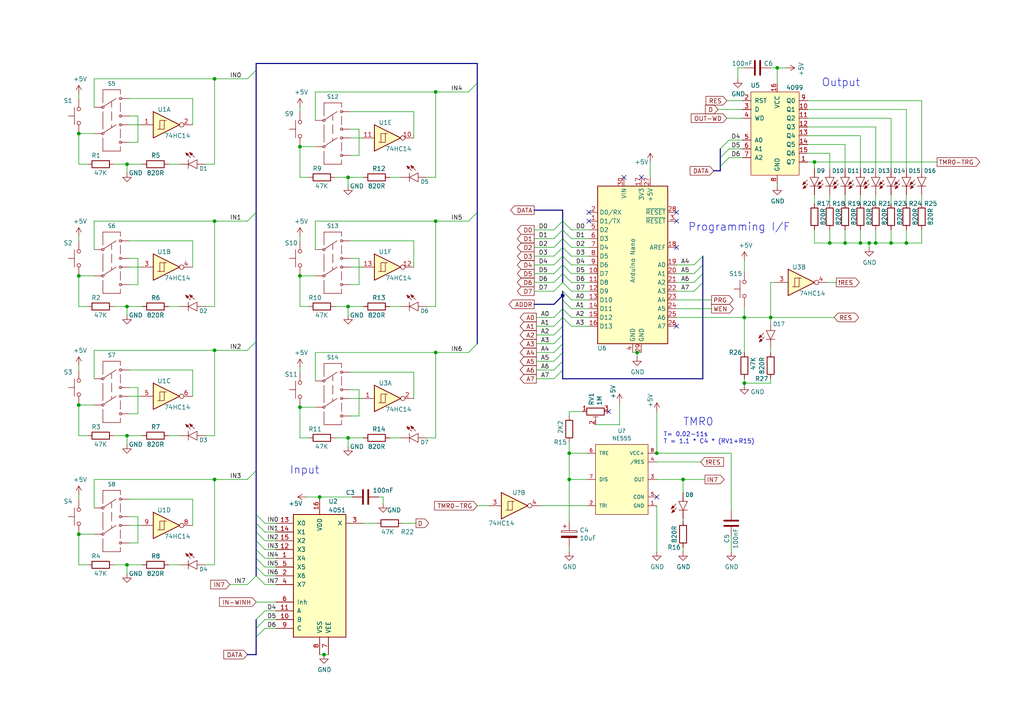
<source format=kicad_sch>
(kicad_sch (version 20230121) (generator eeschema)
  (paper "A4")
  (title_block (title "PLC14500 - Nano") (date "2022-11-09") (rev "0.5") (company "Nicola Cimmino") (comment 1 "REV.C"))
  (junction (at 126.365 102.235))
  (junction (at 215.9 111.125))
  (junction (at 62.23 22.86))
  (junction (at 92.71 144.145))
  (junction (at 22.86 117.475))
  (junction (at 93.98 189.865))
  (junction (at 36.83 47.625))
  (junction (at 36.83 163.83))
  (junction (at 36.83 88.9))
  (junction (at 254 70.485))
  (junction (at 190.5 131.445))
  (junction (at 163.195 85.725))
  (junction (at 86.995 118.11))
  (junction (at 223.52 92.075))
  (junction (at 249.555 70.485))
  (junction (at 22.86 80.01))
  (junction (at 165.1 131.445))
  (junction (at 126.365 26.67))
  (junction (at 236.22 46.99))
  (junction (at 22.86 154.94))
  (junction (at 86.995 42.545))
  (junction (at 184.785 102.235))
  (junction (at 245.11 70.485))
  (junction (at 215.9 92.075))
  (junction (at 240.665 70.485))
  (junction (at 62.23 139.065))
  (junction (at 198.12 139.065))
  (junction (at 100.965 51.435))
  (junction (at 100.965 88.9))
  (junction (at 165.1 139.065))
  (junction (at 86.995 80.01))
  (junction (at 100.965 127))
  (junction (at 225.425 19.685))
  (junction (at 252.095 70.485))
  (junction (at 22.86 38.735))
  (junction (at 126.365 64.135))
  (junction (at 36.83 126.365))
  (junction (at 62.23 64.135))
  (junction (at 262.89 70.485))
  (junction (at 62.23 101.6))
  (junction (at 258.445 70.485))
  (no_connect (at 180.975 51.435))
  (no_connect (at 196.215 64.135))
  (no_connect (at 176.53 119.38))
  (no_connect (at 170.815 64.135))
  (no_connect (at 190.5 144.145))
  (no_connect (at 170.815 61.595))
  (no_connect (at 196.215 94.615))
  (no_connect (at 196.215 61.595))
  (no_connect (at 186.055 51.435))
  (no_connect (at 196.215 71.755))
  (bus_entry (at 208.915 45.72) (size 2.54 -2.54))
  (bus_entry (at 74.295 151.765) (size 2.54 2.54))
  (bus_entry (at 160.655 69.215) (size 2.54 -2.54))
  (bus_entry (at 160.655 104.775) (size 2.54 -2.54))
  (bus_entry (at 74.295 149.225) (size 2.54 2.54))
  (bus_entry (at 163.195 74.295) (size 2.54 2.54))
  (bus_entry (at 71.755 22.86) (size 2.54 -2.54))
  (bus_entry (at 71.755 64.135) (size 2.54 -2.54))
  (bus_entry (at 160.655 109.855) (size 2.54 -2.54))
  (bus_entry (at 208.915 48.26) (size 2.54 -2.54))
  (bus_entry (at 74.295 161.925) (size 2.54 2.54))
  (bus_entry (at 160.655 97.155) (size 2.54 -2.54))
  (bus_entry (at 135.89 102.235) (size 2.54 -2.54))
  (bus_entry (at 160.655 99.695) (size 2.54 -2.54))
  (bus_entry (at 163.195 64.135) (size 2.54 2.54))
  (bus_entry (at 163.195 71.755) (size 2.54 2.54))
  (bus_entry (at 163.195 76.835) (size 2.54 2.54))
  (bus_entry (at 163.195 69.215) (size 2.54 2.54))
  (bus_entry (at 201.295 84.455) (size 2.54 -2.54))
  (bus_entry (at 71.755 101.6) (size 2.54 -2.54))
  (bus_entry (at 160.655 76.835) (size 2.54 -2.54))
  (bus_entry (at 160.655 92.075) (size 2.54 -2.54))
  (bus_entry (at 163.195 89.535) (size 2.54 2.54))
  (bus_entry (at 135.89 26.67) (size 2.54 -2.54))
  (bus_entry (at 74.295 179.705) (size 2.54 -2.54))
  (bus_entry (at 160.655 84.455) (size 2.54 -2.54))
  (bus_entry (at 163.195 84.455) (size 2.54 2.54))
  (bus_entry (at 160.655 107.315) (size 2.54 -2.54))
  (bus_entry (at 163.195 86.995) (size 2.54 2.54))
  (bus_entry (at 201.295 81.915) (size 2.54 -2.54))
  (bus_entry (at 71.755 169.545) (size 2.54 -2.54))
  (bus_entry (at 160.655 81.915) (size 2.54 -2.54))
  (bus_entry (at 74.295 184.785) (size 2.54 -2.54))
  (bus_entry (at 160.655 94.615) (size 2.54 -2.54))
  (bus_entry (at 208.915 43.18) (size 2.54 -2.54))
  (bus_entry (at 160.655 71.755) (size 2.54 -2.54))
  (bus_entry (at 74.295 182.245) (size 2.54 -2.54))
  (bus_entry (at 160.655 74.295) (size 2.54 -2.54))
  (bus_entry (at 71.755 139.065) (size 2.54 -2.54))
  (bus_entry (at 135.89 64.135) (size 2.54 -2.54))
  (bus_entry (at 163.195 92.075) (size 2.54 2.54))
  (bus_entry (at 74.295 159.385) (size 2.54 2.54))
  (bus_entry (at 74.295 164.465) (size 2.54 2.54))
  (bus_entry (at 74.295 167.005) (size 2.54 2.54))
  (bus_entry (at 163.195 81.915) (size 2.54 2.54))
  (bus_entry (at 201.295 79.375) (size 2.54 -2.54))
  (bus_entry (at 74.295 156.845) (size 2.54 2.54))
  (bus_entry (at 163.195 79.375) (size 2.54 2.54))
  (bus_entry (at 160.655 79.375) (size 2.54 -2.54))
  (bus_entry (at 163.195 66.675) (size 2.54 2.54))
  (bus_entry (at 160.655 66.675) (size 2.54 -2.54))
  (bus_entry (at 160.655 102.235) (size 2.54 -2.54))
  (bus_entry (at 74.295 154.305) (size 2.54 2.54))
  (bus_entry (at 201.295 76.835) (size 2.54 -2.54))
  (wire (pts (xy 27.305 109.855) (xy 27.305 101.6)))
  (wire (pts (xy 249.555 56.515) (xy 249.555 59.055)))
  (wire (pts (xy 254 56.515) (xy 254 59.055)))
  (bus (pts (xy 203.835 79.375) (xy 203.835 81.915)))
  (wire (pts (xy 154.94 71.755) (xy 160.655 71.755)))
  (wire (pts (xy 48.895 163.83) (xy 52.07 163.83)))
  (wire (pts (xy 236.22 46.99) (xy 271.78 46.99)))
  (wire (pts (xy 267.335 70.485) (xy 267.335 66.675)))
  (wire (pts (xy 62.23 101.6) (xy 71.755 101.6)))
  (wire (pts (xy 36.83 88.9) (xy 41.275 88.9)))
  (wire (pts (xy 190.5 133.985) (xy 203.2 133.985)))
  (wire (pts (xy 126.365 64.135) (xy 135.89 64.135)))
  (bus (pts (xy 163.195 92.075) (xy 163.195 94.615)))
  (wire (pts (xy 74.295 174.625) (xy 80.01 174.625)))
  (bus (pts (xy 71.755 189.865) (xy 74.295 189.865)))
  (wire (pts (xy 22.86 38.735) (xy 22.86 47.625)))
  (wire (pts (xy 184.785 102.235) (xy 186.055 102.235)))
  (wire (pts (xy 155.575 107.315) (xy 160.655 107.315)))
  (wire (pts (xy 86.995 127) (xy 89.535 127)))
  (wire (pts (xy 170.815 76.835) (xy 165.735 76.835)))
  (wire (pts (xy 86.995 31.115) (xy 86.995 32.385)))
  (wire (pts (xy 210.82 34.29) (xy 215.265 34.29)))
  (wire (pts (xy 22.86 27.305) (xy 22.86 28.575)))
  (bus (pts (xy 208.915 43.18) (xy 208.915 45.72)))
  (wire (pts (xy 80.01 177.165) (xy 76.835 177.165)))
  (wire (pts (xy 154.94 79.375) (xy 160.655 79.375)))
  (wire (pts (xy 55.88 28.575) (xy 55.88 36.195)))
  (wire (pts (xy 80.01 154.305) (xy 76.835 154.305)))
  (bus (pts (xy 138.43 24.13) (xy 138.43 61.595)))
  (wire (pts (xy 36.83 91.44) (xy 36.83 88.9)))
  (wire (pts (xy 208.28 31.75) (xy 215.265 31.75)))
  (wire (pts (xy 113.03 88.9) (xy 116.205 88.9)))
  (wire (pts (xy 59.69 126.365) (xy 62.23 126.365)))
  (wire (pts (xy 154.94 69.215) (xy 160.655 69.215)))
  (wire (pts (xy 267.335 59.055) (xy 267.335 56.515)))
  (wire (pts (xy 91.44 118.11) (xy 86.995 118.11)))
  (wire (pts (xy 22.86 117.475) (xy 22.86 126.365)))
  (wire (pts (xy 62.23 22.86) (xy 71.755 22.86)))
  (wire (pts (xy 179.705 123.19) (xy 179.705 116.84)))
  (wire (pts (xy 196.215 92.075) (xy 215.9 92.075)))
  (wire (pts (xy 155.575 102.235) (xy 160.655 102.235)))
  (wire (pts (xy 165.1 131.445) (xy 165.1 139.065)))
  (wire (pts (xy 100.965 51.435) (xy 105.41 51.435)))
  (wire (pts (xy 86.995 118.11) (xy 86.995 127)))
  (wire (pts (xy 91.44 64.135) (xy 126.365 64.135)))
  (wire (pts (xy 156.845 146.685) (xy 170.18 146.685)))
  (wire (pts (xy 170.815 94.615) (xy 165.735 94.615)))
  (wire (pts (xy 170.815 66.675) (xy 165.735 66.675)))
  (wire (pts (xy 126.365 26.67) (xy 126.365 51.435)))
  (wire (pts (xy 109.855 144.145) (xy 111.125 144.145)))
  (wire (pts (xy 22.86 106.045) (xy 22.86 107.315)))
  (wire (pts (xy 100.965 127) (xy 105.41 127)))
  (wire (pts (xy 104.14 45.085) (xy 101.6 45.085)))
  (wire (pts (xy 170.815 84.455) (xy 165.735 84.455)))
  (wire (pts (xy 97.155 88.9) (xy 100.965 88.9)))
  (wire (pts (xy 120.015 32.385) (xy 101.6 32.385)))
  (wire (pts (xy 123.825 51.435) (xy 126.365 51.435)))
  (wire (pts (xy 240.665 44.45) (xy 234.315 44.45)))
  (wire (pts (xy 59.69 163.83) (xy 62.23 163.83)))
  (wire (pts (xy 22.86 126.365) (xy 25.4 126.365)))
  (wire (pts (xy 120.015 107.95) (xy 101.6 107.95)))
  (bus (pts (xy 208.915 49.53) (xy 207.01 49.53)))
  (wire (pts (xy 215.9 111.125) (xy 215.9 111.76)))
  (wire (pts (xy 211.455 45.72) (xy 215.265 45.72)))
  (wire (pts (xy 22.86 68.58) (xy 22.86 69.85)))
  (bus (pts (xy 74.295 151.765) (xy 74.295 154.305)))
  (wire (pts (xy 92.71 189.865) (xy 93.98 189.865)))
  (wire (pts (xy 155.575 104.775) (xy 160.655 104.775)))
  (wire (pts (xy 40.005 41.275) (xy 37.465 41.275)))
  (wire (pts (xy 80.01 161.925) (xy 76.835 161.925)))
  (wire (pts (xy 33.02 163.83) (xy 36.83 163.83)))
  (wire (pts (xy 213.995 19.685) (xy 215.9 19.685)))
  (wire (pts (xy 225.425 53.975) (xy 225.425 53.34)))
  (wire (pts (xy 215.9 111.125) (xy 223.52 111.125)))
  (wire (pts (xy 196.215 81.915) (xy 201.295 81.915)))
  (wire (pts (xy 215.9 102.235) (xy 215.9 92.075)))
  (wire (pts (xy 111.125 144.145) (xy 111.125 146.05)))
  (wire (pts (xy 62.23 64.135) (xy 62.23 88.9)))
  (wire (pts (xy 91.44 72.39) (xy 91.44 64.135)))
  (wire (pts (xy 154.94 76.835) (xy 160.655 76.835)))
  (wire (pts (xy 40.005 120.015) (xy 37.465 120.015)))
  (wire (pts (xy 225.425 19.685) (xy 227.965 19.685)))
  (wire (pts (xy 126.365 26.67) (xy 135.89 26.67)))
  (wire (pts (xy 91.44 80.01) (xy 86.995 80.01)))
  (bus (pts (xy 163.195 71.755) (xy 163.195 74.295)))
  (wire (pts (xy 36.83 126.365) (xy 41.275 126.365)))
  (wire (pts (xy 80.01 167.005) (xy 76.835 167.005)))
  (bus (pts (xy 163.195 64.135) (xy 163.195 66.675)))
  (bus (pts (xy 74.295 179.705) (xy 74.295 182.245)))
  (bus (pts (xy 160.655 88.265) (xy 163.195 85.725)))
  (wire (pts (xy 36.83 50.165) (xy 36.83 47.625)))
  (wire (pts (xy 225.425 19.685) (xy 225.425 24.13)))
  (wire (pts (xy 55.88 144.78) (xy 37.465 144.78)))
  (wire (pts (xy 165.1 128.27) (xy 165.1 131.445)))
  (wire (pts (xy 155.575 109.855) (xy 160.655 109.855)))
  (wire (pts (xy 80.01 159.385) (xy 76.835 159.385)))
  (wire (pts (xy 91.44 42.545) (xy 86.995 42.545)))
  (wire (pts (xy 36.83 47.625) (xy 41.275 47.625)))
  (wire (pts (xy 101.6 77.47) (xy 104.775 77.47)))
  (wire (pts (xy 91.44 110.49) (xy 91.44 102.235)))
  (wire (pts (xy 104.14 37.465) (xy 104.14 45.085)))
  (wire (pts (xy 86.995 51.435) (xy 89.535 51.435)))
  (wire (pts (xy 27.305 38.735) (xy 22.86 38.735)))
  (bus (pts (xy 163.195 60.96) (xy 163.195 64.135)))
  (wire (pts (xy 254 70.485) (xy 258.445 70.485)))
  (bus (pts (xy 163.195 60.96) (xy 154.94 60.96)))
  (wire (pts (xy 215.9 109.855) (xy 215.9 111.125)))
  (bus (pts (xy 163.195 104.775) (xy 163.195 107.315)))
  (wire (pts (xy 55.88 107.315) (xy 37.465 107.315)))
  (wire (pts (xy 198.12 151.13) (xy 198.12 150.495)))
  (wire (pts (xy 37.465 149.86) (xy 40.005 149.86)))
  (wire (pts (xy 126.365 102.235) (xy 135.89 102.235)))
  (wire (pts (xy 170.815 86.995) (xy 165.735 86.995)))
  (wire (pts (xy 245.11 70.485) (xy 249.555 70.485)))
  (wire (pts (xy 37.465 112.395) (xy 40.005 112.395)))
  (wire (pts (xy 252.095 70.485) (xy 254 70.485)))
  (wire (pts (xy 170.815 74.295) (xy 165.735 74.295)))
  (wire (pts (xy 183.515 102.235) (xy 184.785 102.235)))
  (wire (pts (xy 258.445 56.515) (xy 258.445 59.055)))
  (wire (pts (xy 190.5 139.065) (xy 198.12 139.065)))
  (wire (pts (xy 154.94 66.675) (xy 160.655 66.675)))
  (wire (pts (xy 120.015 69.85) (xy 120.015 77.47)))
  (wire (pts (xy 97.155 51.435) (xy 100.965 51.435)))
  (wire (pts (xy 223.52 92.075) (xy 223.52 81.915)))
  (wire (pts (xy 55.88 107.315) (xy 55.88 114.935)))
  (bus (pts (xy 163.195 74.295) (xy 163.195 76.835)))
  (wire (pts (xy 27.305 101.6) (xy 62.23 101.6)))
  (wire (pts (xy 100.965 129.54) (xy 100.965 127)))
  (wire (pts (xy 155.575 94.615) (xy 160.655 94.615)))
  (wire (pts (xy 22.86 154.94) (xy 22.86 163.83)))
  (wire (pts (xy 236.22 46.99) (xy 236.22 48.895)))
  (wire (pts (xy 240.665 66.675) (xy 240.665 70.485)))
  (wire (pts (xy 27.305 72.39) (xy 27.305 64.135)))
  (bus (pts (xy 163.195 79.375) (xy 163.195 81.915)))
  (wire (pts (xy 170.815 89.535) (xy 165.735 89.535)))
  (wire (pts (xy 170.18 139.065) (xy 165.1 139.065)))
  (wire (pts (xy 55.88 69.85) (xy 55.88 77.47)))
  (wire (pts (xy 212.09 160.02) (xy 212.09 155.575)))
  (wire (pts (xy 240.665 48.895) (xy 240.665 44.45)))
  (wire (pts (xy 33.02 88.9) (xy 36.83 88.9)))
  (bus (pts (xy 163.195 89.535) (xy 163.195 92.075)))
  (wire (pts (xy 223.52 102.235) (xy 223.52 100.965)))
  (wire (pts (xy 101.6 115.57) (xy 104.775 115.57)))
  (wire (pts (xy 102.235 144.145) (xy 92.71 144.145)))
  (wire (pts (xy 245.11 41.91) (xy 245.11 48.895)))
  (wire (pts (xy 245.11 66.675) (xy 245.11 70.485)))
  (wire (pts (xy 86.995 80.01) (xy 86.995 88.9)))
  (wire (pts (xy 154.94 81.915) (xy 160.655 81.915)))
  (bus (pts (xy 74.295 182.245) (xy 74.295 184.785)))
  (bus (pts (xy 163.195 86.995) (xy 163.195 89.535)))
  (wire (pts (xy 80.01 151.765) (xy 76.835 151.765)))
  (wire (pts (xy 22.86 47.625) (xy 25.4 47.625)))
  (wire (pts (xy 234.315 46.99) (xy 236.22 46.99)))
  (bus (pts (xy 163.195 84.455) (xy 163.195 85.725)))
  (wire (pts (xy 223.52 111.125) (xy 223.52 109.855)))
  (wire (pts (xy 66.675 169.545) (xy 71.755 169.545)))
  (wire (pts (xy 27.305 31.115) (xy 27.305 22.86)))
  (wire (pts (xy 27.305 64.135) (xy 62.23 64.135)))
  (wire (pts (xy 40.005 33.655) (xy 40.005 41.275)))
  (wire (pts (xy 22.86 80.01) (xy 22.86 88.9)))
  (wire (pts (xy 62.23 22.86) (xy 62.23 47.625)))
  (wire (pts (xy 190.5 119.38) (xy 190.5 131.445)))
  (wire (pts (xy 249.555 66.675) (xy 249.555 70.485)))
  (bus (pts (xy 74.295 18.415) (xy 138.43 18.415)))
  (wire (pts (xy 100.965 53.975) (xy 100.965 51.435)))
  (wire (pts (xy 80.01 169.545) (xy 76.835 169.545)))
  (wire (pts (xy 40.005 149.86) (xy 40.005 157.48)))
  (bus (pts (xy 208.915 48.26) (xy 208.915 49.53)))
  (wire (pts (xy 262.89 66.675) (xy 262.89 70.485)))
  (bus (pts (xy 74.295 61.595) (xy 74.295 99.06)))
  (bus (pts (xy 74.295 20.32) (xy 74.295 61.595)))
  (wire (pts (xy 37.465 36.195) (xy 40.64 36.195)))
  (wire (pts (xy 62.23 64.135) (xy 71.755 64.135)))
  (wire (pts (xy 258.445 34.29) (xy 234.315 34.29)))
  (wire (pts (xy 254 36.83) (xy 254 48.895)))
  (wire (pts (xy 59.69 88.9) (xy 62.23 88.9)))
  (bus (pts (xy 203.835 81.915) (xy 203.835 109.855)))
  (wire (pts (xy 170.815 81.915) (xy 165.735 81.915)))
  (wire (pts (xy 215.9 92.075) (xy 223.52 92.075)))
  (wire (pts (xy 40.005 112.395) (xy 40.005 120.015)))
  (wire (pts (xy 262.89 31.75) (xy 262.89 48.895)))
  (bus (pts (xy 203.835 76.835) (xy 203.835 79.375)))
  (wire (pts (xy 155.575 97.155) (xy 160.655 97.155)))
  (wire (pts (xy 215.9 92.075) (xy 215.9 88.9)))
  (bus (pts (xy 203.835 109.855) (xy 163.195 109.855)))
  (wire (pts (xy 37.465 77.47) (xy 40.64 77.47)))
  (wire (pts (xy 234.315 41.91) (xy 245.11 41.91)))
  (wire (pts (xy 240.03 81.915) (xy 242.57 81.915)))
  (wire (pts (xy 262.89 70.485) (xy 267.335 70.485)))
  (wire (pts (xy 93.98 189.865) (xy 95.25 189.865)))
  (wire (pts (xy 86.995 42.545) (xy 86.995 51.435)))
  (wire (pts (xy 223.52 19.685) (xy 225.425 19.685)))
  (wire (pts (xy 62.23 101.6) (xy 62.23 126.365)))
  (wire (pts (xy 223.52 81.915) (xy 224.79 81.915)))
  (wire (pts (xy 80.01 164.465) (xy 76.835 164.465)))
  (wire (pts (xy 48.895 88.9) (xy 52.07 88.9)))
  (wire (pts (xy 86.995 88.9) (xy 89.535 88.9)))
  (bus (pts (xy 74.295 184.785) (xy 74.295 189.865)))
  (wire (pts (xy 86.995 106.68) (xy 86.995 107.95)))
  (bus (pts (xy 74.295 161.925) (xy 74.295 164.465)))
  (bus (pts (xy 163.195 102.235) (xy 163.195 104.775)))
  (bus (pts (xy 74.295 149.225) (xy 74.295 151.765)))
  (wire (pts (xy 104.14 74.93) (xy 104.14 82.55)))
  (bus (pts (xy 74.295 159.385) (xy 74.295 161.925)))
  (wire (pts (xy 101.6 113.03) (xy 104.14 113.03)))
  (wire (pts (xy 62.23 139.065) (xy 62.23 163.83)))
  (wire (pts (xy 126.365 102.235) (xy 126.365 127)))
  (wire (pts (xy 234.315 31.75) (xy 262.89 31.75)))
  (wire (pts (xy 240.665 56.515) (xy 240.665 59.055)))
  (wire (pts (xy 172.72 123.19) (xy 179.705 123.19)))
  (wire (pts (xy 104.14 113.03) (xy 104.14 120.65)))
  (wire (pts (xy 138.43 146.685) (xy 141.605 146.685)))
  (wire (pts (xy 170.18 131.445) (xy 165.1 131.445)))
  (wire (pts (xy 155.575 92.075) (xy 160.655 92.075)))
  (wire (pts (xy 104.14 120.65) (xy 101.6 120.65)))
  (wire (pts (xy 198.12 160.02) (xy 198.12 158.75)))
  (wire (pts (xy 258.445 70.485) (xy 262.89 70.485)))
  (wire (pts (xy 215.265 40.64) (xy 211.455 40.64)))
  (wire (pts (xy 27.305 80.01) (xy 22.86 80.01)))
  (wire (pts (xy 123.825 127) (xy 126.365 127)))
  (wire (pts (xy 190.5 131.445) (xy 212.09 131.445)))
  (wire (pts (xy 252.095 71.755) (xy 252.095 70.485)))
  (wire (pts (xy 36.83 166.37) (xy 36.83 163.83)))
  (wire (pts (xy 196.215 84.455) (xy 201.295 84.455)))
  (wire (pts (xy 212.09 147.955) (xy 212.09 131.445)))
  (wire (pts (xy 165.1 120.65) (xy 165.1 119.38)))
  (wire (pts (xy 126.365 64.135) (xy 126.365 88.9)))
  (bus (pts (xy 74.295 18.415) (xy 74.295 20.32)))
  (wire (pts (xy 267.335 29.21) (xy 234.315 29.21)))
  (wire (pts (xy 223.52 92.075) (xy 241.935 92.075)))
  (wire (pts (xy 104.14 82.55) (xy 101.6 82.55)))
  (wire (pts (xy 80.01 156.845) (xy 76.835 156.845)))
  (wire (pts (xy 211.455 43.18) (xy 215.265 43.18)))
  (bus (pts (xy 74.295 154.305) (xy 74.295 156.845)))
  (bus (pts (xy 138.43 18.415) (xy 138.43 24.13)))
  (wire (pts (xy 234.315 36.83) (xy 254 36.83)))
  (wire (pts (xy 27.305 154.94) (xy 22.86 154.94)))
  (wire (pts (xy 196.215 86.995) (xy 206.375 86.995)))
  (wire (pts (xy 236.22 66.675) (xy 236.22 70.485)))
  (wire (pts (xy 240.665 70.485) (xy 245.11 70.485)))
  (wire (pts (xy 100.965 88.9) (xy 105.41 88.9)))
  (wire (pts (xy 262.89 56.515) (xy 262.89 59.055)))
  (wire (pts (xy 88.9 144.145) (xy 92.71 144.145)))
  (wire (pts (xy 120.015 69.85) (xy 101.6 69.85)))
  (wire (pts (xy 76.835 182.245) (xy 80.01 182.245)))
  (wire (pts (xy 113.03 127) (xy 116.205 127)))
  (wire (pts (xy 155.575 99.695) (xy 160.655 99.695)))
  (wire (pts (xy 249.555 39.37) (xy 234.315 39.37)))
  (wire (pts (xy 48.895 47.625) (xy 52.07 47.625)))
  (bus (pts (xy 74.295 99.06) (xy 74.295 136.525)))
  (wire (pts (xy 27.305 22.86) (xy 62.23 22.86)))
  (wire (pts (xy 40.005 82.55) (xy 37.465 82.55)))
  (wire (pts (xy 154.94 74.295) (xy 160.655 74.295)))
  (wire (pts (xy 223.52 93.345) (xy 223.52 92.075)))
  (wire (pts (xy 165.1 119.38) (xy 168.91 119.38)))
  (wire (pts (xy 236.22 70.485) (xy 240.665 70.485)))
  (bus (pts (xy 163.195 66.675) (xy 163.195 69.215)))
  (wire (pts (xy 37.465 114.935) (xy 40.64 114.935)))
  (wire (pts (xy 249.555 48.895) (xy 249.555 39.37)))
  (wire (pts (xy 105.41 151.765) (xy 109.22 151.765)))
  (wire (pts (xy 33.02 126.365) (xy 36.83 126.365)))
  (wire (pts (xy 198.12 142.875) (xy 198.12 139.065)))
  (wire (pts (xy 215.9 78.74) (xy 215.9 75.565)))
  (wire (pts (xy 91.44 102.235) (xy 126.365 102.235)))
  (wire (pts (xy 170.815 69.215) (xy 165.735 69.215)))
  (wire (pts (xy 258.445 66.675) (xy 258.445 70.485)))
  (wire (pts (xy 33.02 47.625) (xy 36.83 47.625)))
  (wire (pts (xy 154.94 84.455) (xy 160.655 84.455)))
  (wire (pts (xy 116.84 151.765) (xy 120.65 151.765)))
  (bus (pts (xy 74.295 136.525) (xy 74.295 149.225)))
  (wire (pts (xy 188.595 51.435) (xy 188.595 46.99)))
  (bus (pts (xy 163.195 69.215) (xy 163.195 71.755)))
  (bus (pts (xy 163.195 85.725) (xy 163.195 86.995)))
  (wire (pts (xy 97.155 127) (xy 100.965 127)))
  (bus (pts (xy 163.195 99.695) (xy 163.195 102.235)))
  (wire (pts (xy 86.995 68.58) (xy 86.995 69.85)))
  (wire (pts (xy 254 66.675) (xy 254 70.485)))
  (wire (pts (xy 267.335 48.895) (xy 267.335 29.21)))
  (wire (pts (xy 165.1 160.02) (xy 165.1 158.75)))
  (wire (pts (xy 37.465 152.4) (xy 40.64 152.4)))
  (wire (pts (xy 196.215 76.835) (xy 201.295 76.835)))
  (wire (pts (xy 236.22 59.055) (xy 236.22 56.515)))
  (wire (pts (xy 170.815 79.375) (xy 165.735 79.375)))
  (bus (pts (xy 154.94 88.265) (xy 160.655 88.265)))
  (bus (pts (xy 163.195 94.615) (xy 163.195 97.155)))
  (wire (pts (xy 59.69 47.625) (xy 62.23 47.625)))
  (wire (pts (xy 165.1 139.065) (xy 165.1 151.13)))
  (wire (pts (xy 258.445 48.895) (xy 258.445 34.29)))
  (wire (pts (xy 100.965 91.44) (xy 100.965 88.9)))
  (wire (pts (xy 48.895 126.365) (xy 52.07 126.365)))
  (wire (pts (xy 40.005 157.48) (xy 37.465 157.48)))
  (wire (pts (xy 36.83 163.83) (xy 41.275 163.83)))
  (wire (pts (xy 36.83 128.905) (xy 36.83 126.365)))
  (wire (pts (xy 76.835 179.705) (xy 80.01 179.705)))
  (wire (pts (xy 245.11 56.515) (xy 245.11 59.055)))
  (wire (pts (xy 184.785 103.505) (xy 184.785 102.235)))
  (wire (pts (xy 120.015 32.385) (xy 120.015 40.005)))
  (bus (pts (xy 74.295 156.845) (xy 74.295 159.385)))
  (bus (pts (xy 138.43 61.595) (xy 138.43 99.695)))
  (wire (pts (xy 62.23 139.065) (xy 71.755 139.065)))
  (wire (pts (xy 123.825 88.9) (xy 126.365 88.9)))
  (wire (pts (xy 113.03 51.435) (xy 116.205 51.435)))
  (wire (pts (xy 27.305 117.475) (xy 22.86 117.475)))
  (wire (pts (xy 198.12 139.065) (xy 204.47 139.065)))
  (wire (pts (xy 170.815 71.755) (xy 165.735 71.755)))
  (wire (pts (xy 101.6 37.465) (xy 104.14 37.465)))
  (wire (pts (xy 120.015 107.95) (xy 120.015 115.57)))
  (wire (pts (xy 196.215 79.375) (xy 201.295 79.375)))
  (wire (pts (xy 37.465 33.655) (xy 40.005 33.655)))
  (wire (pts (xy 22.86 143.51) (xy 22.86 144.78)))
  (wire (pts (xy 40.005 74.93) (xy 40.005 82.55)))
  (bus (pts (xy 208.915 45.72) (xy 208.915 48.26)))
  (bus (pts (xy 163.195 76.835) (xy 163.195 79.375)))
  (wire (pts (xy 22.86 88.9) (xy 25.4 88.9)))
  (wire (pts (xy 22.86 163.83) (xy 25.4 163.83)))
  (wire (pts (xy 170.815 92.075) (xy 165.735 92.075)))
  (wire (pts (xy 27.305 139.065) (xy 62.23 139.065)))
  (wire (pts (xy 196.215 89.535) (xy 206.375 89.535)))
  (bus (pts (xy 163.195 107.315) (xy 163.195 109.855)))
  (wire (pts (xy 37.465 74.93) (xy 40.005 74.93)))
  (wire (pts (xy 91.44 34.925) (xy 91.44 26.67)))
  (wire (pts (xy 249.555 70.485) (xy 252.095 70.485)))
  (wire (pts (xy 55.88 144.78) (xy 55.88 152.4)))
  (wire (pts (xy 55.88 69.85) (xy 37.465 69.85)))
  (bus (pts (xy 203.835 74.295) (xy 203.835 76.835)))
  (wire (pts (xy 27.305 147.32) (xy 27.305 139.065)))
  (bus (pts (xy 163.195 97.155) (xy 163.195 99.695)))
  (wire (pts (xy 101.6 74.93) (xy 104.14 74.93)))
  (wire (pts (xy 101.6 40.005) (xy 104.775 40.005)))
  (wire (pts (xy 55.88 28.575) (xy 37.465 28.575)))
  (wire (pts (xy 213.995 22.86) (xy 213.995 19.685)))
  (bus (pts (xy 74.295 164.465) (xy 74.295 167.005)))
  (wire (pts (xy 91.44 26.67) (xy 126.365 26.67)))
  (wire (pts (xy 190.5 146.685) (xy 190.5 160.02)))
  (wire (pts (xy 215.265 29.21) (xy 210.82 29.21)))
  (text "Input" (at 92.71 137.795 0) (effects (font (size 2.2606 2.2606)) (justify right bottom)))
  (text "T= 0.02-11s\nT = 1.1 * C4 * (RV1+R15)" (at 192.405 128.905 0) (effects (font (size 1.27 1.27)) (justify left bottom)))
  (text "Output" (at 249.555 25.4 0) (effects (font (size 2.2606 2.2606)) (justify right bottom)))
  (text "Programming I/F" (at 229.235 67.31 0) (effects (font (size 2.2606 2.2606)) (justify right bottom)))
  (text "TMR0" (at 207.01 123.825 0) (effects (font (size 2.2606 2.2606)) (justify right bottom)))
  (label "IN0" (at 77.47 151.765 0))
  (label "IN5" (at 130.81 64.135 0))
  (label "A7" (at 197.485 84.455 0))
  (label "IN2" (at 77.47 156.845 0))
  (label "D6" (at 156.21 81.915 0))
  (label "A2" (at 156.845 97.155 0))
  (label "D4" (at 77.47 177.165 0))
  (label "A1" (at 167.005 89.535 0))
  (label "A0" (at 167.005 86.995 0))
  (label "IN4" (at 130.81 26.67 0))
  (label "D4" (at 212.09 40.64 0))
  (label "D3" (at 156.21 74.295 0))
  (label "D5" (at 156.21 79.375 0))
  (label "IN2" (at 66.675 101.6 0))
  (label "IN1" (at 77.47 154.305 0))
  (label "D2" (at 156.21 71.755 0))
  (label "IN1" (at 66.675 64.135 0))
  (label "A1" (at 156.845 94.615 0))
  (label "D7" (at 167.005 84.455 0))
  (label "IN5" (at 77.47 164.465 0))
  (label "D6" (at 77.47 182.245 0))
  (label "D6" (at 212.09 45.72 0))
  (label "IN7" (at 67.945 169.545 0))
  (label "A5" (at 156.845 104.775 0))
  (label "IN0" (at 66.675 22.86 0))
  (label "A2" (at 167.005 92.075 0))
  (label "A3" (at 167.005 94.615 0))
  (label "D2" (at 167.005 71.755 0))
  (label "IN7" (at 77.47 169.545 0))
  (label "D0" (at 156.21 66.675 0))
  (label "D1" (at 167.005 69.215 0))
  (label "A5" (at 197.485 79.375 0))
  (label "A7" (at 156.845 109.855 0))
  (label "A6" (at 156.845 107.315 0))
  (label "D0" (at 167.005 66.675 0))
  (label "D1" (at 156.21 69.215 0))
  (label "D4" (at 167.005 76.835 0))
  (label "A4" (at 197.485 76.835 0))
  (label "D5" (at 167.005 79.375 0))
  (label "IN4" (at 77.47 161.925 0))
  (label "D6" (at 167.005 81.915 0))
  (label "A3" (at 156.845 99.695 0))
  (label "IN3" (at 66.675 139.065 0))
  (label "IN6" (at 130.81 102.235 0))
  (label "D5" (at 77.47 179.705 0))
  (label "A0" (at 156.845 92.075 0))
  (label "A4" (at 156.845 102.235 0))
  (label "A6" (at 197.485 81.915 0))
  (label "IN6" (at 77.47 167.005 0))
  (label "D4" (at 156.21 76.835 0))
  (label "D7" (at 156.21 84.455 0))
  (label "D3" (at 167.005 74.295 0))
  (label "D5" (at 212.09 43.18 0))
  (label "IN3" (at 77.47 159.385 0))
  (global_label "DATA" (shape input) (at 71.755 189.865 180) (property "Intersheetrefs" "${INTERSHEET_REFS}" (effects hide)))
  (global_label "IN7" (shape output) (at 204.47 139.065 0) (property "Intersheetrefs" "${INTERSHEET_REFS}" (effects hide)))
  (global_label "IN-WINH" (shape input) (at 74.295 174.625 180) (property "Intersheetrefs" "${INTERSHEET_REFS}" (effects hide)))
  (global_label "RES" (shape bidirectional) (at 241.935 92.075 0) (property "Intersheetrefs" "${INTERSHEET_REFS}" (effects hide)))
  (global_label "D7" (shape output) (at 154.94 84.455 180) (property "Intersheetrefs" "${INTERSHEET_REFS}" (effects hide)))
  (global_label "D" (shape input) (at 208.28 31.75 180) (property "Intersheetrefs" "${INTERSHEET_REFS}" (effects hide)))
  (global_label "D1" (shape output) (at 154.94 69.215 180) (property "Intersheetrefs" "${INTERSHEET_REFS}" (effects hide)))
  (global_label "DATA" (shape input) (at 207.01 49.53 180) (property "Intersheetrefs" "${INTERSHEET_REFS}" (effects hide)))
  (global_label "TMR0-TRG" (shape input) (at 138.43 146.685 180) (property "Intersheetrefs" "${INTERSHEET_REFS}" (effects hide)))
  (global_label "TMR0-TRG" (shape output) (at 271.78 46.99 0) (property "Intersheetrefs" "${INTERSHEET_REFS}" (effects hide)))
  (global_label "ADDR" (shape output) (at 154.94 88.265 180) (property "Intersheetrefs" "${INTERSHEET_REFS}" (effects hide)))
  (global_label "A2" (shape output) (at 155.575 97.155 180) (property "Intersheetrefs" "${INTERSHEET_REFS}" (effects hide)))
  (global_label "A4" (shape output) (at 155.575 102.235 180) (property "Intersheetrefs" "${INTERSHEET_REFS}" (effects hide)))
  (global_label "A5" (shape output) (at 155.575 104.775 180) (property "Intersheetrefs" "${INTERSHEET_REFS}" (effects hide)))
  (global_label "OUT-WD" (shape input) (at 210.82 34.29 180) (property "Intersheetrefs" "${INTERSHEET_REFS}" (effects hide)))
  (global_label "!RES" (shape output) (at 242.57 81.915 0) (property "Intersheetrefs" "${INTERSHEET_REFS}" (effects hide)))
  (global_label "PRG" (shape output) (at 206.375 86.995 0) (property "Intersheetrefs" "${INTERSHEET_REFS}" (effects hide)))
  (global_label "RES" (shape input) (at 210.82 29.21 180) (property "Intersheetrefs" "${INTERSHEET_REFS}" (effects hide)))
  (global_label "A3" (shape output) (at 155.575 99.695 180) (property "Intersheetrefs" "${INTERSHEET_REFS}" (effects hide)))
  (global_label "D6" (shape output) (at 154.94 81.915 180) (property "Intersheetrefs" "${INTERSHEET_REFS}" (effects hide)))
  (global_label "!RES" (shape input) (at 203.2 133.985 0) (property "Intersheetrefs" "${INTERSHEET_REFS}" (effects hide)))
  (global_label "D2" (shape output) (at 154.94 71.755 180) (property "Intersheetrefs" "${INTERSHEET_REFS}" (effects hide)))
  (global_label "A0" (shape output) (at 155.575 92.075 180) (property "Intersheetrefs" "${INTERSHEET_REFS}" (effects hide)))
  (global_label "WEN" (shape output) (at 206.375 89.535 0) (property "Intersheetrefs" "${INTERSHEET_REFS}" (effects hide)))
  (global_label "IN7" (shape input) (at 66.675 169.545 180) (property "Intersheetrefs" "${INTERSHEET_REFS}" (effects hide)))
  (global_label "A6" (shape output) (at 155.575 107.315 180) (property "Intersheetrefs" "${INTERSHEET_REFS}" (effects hide)))
  (global_label "D" (shape output) (at 120.65 151.765 0) (property "Intersheetrefs" "${INTERSHEET_REFS}" (effects hide)))
  (global_label "D3" (shape output) (at 154.94 74.295 180) (property "Intersheetrefs" "${INTERSHEET_REFS}" (effects hide)))
  (global_label "A1" (shape output) (at 155.575 94.615 180) (property "Intersheetrefs" "${INTERSHEET_REFS}" (effects hide)))
  (global_label "D5" (shape output) (at 154.94 79.375 180) (property "Intersheetrefs" "${INTERSHEET_REFS}" (effects hide)))
  (global_label "D0" (shape output) (at 154.94 66.675 180) (property "Intersheetrefs" "${INTERSHEET_REFS}" (effects hide)))
  (global_label "DATA" (shape output) (at 154.94 60.96 180) (property "Intersheetrefs" "${INTERSHEET_REFS}" (effects hide)))
  (global_label "A7" (shape output) (at 155.575 109.855 180) (property "Intersheetrefs" "${INTERSHEET_REFS}" (effects hide)))
  (global_label "D4" (shape output) (at 154.94 76.835 180) (property "Intersheetrefs" "${INTERSHEET_REFS}" (effects hide)))
  (symbol (lib_id "plc14500:CD4099") (at 225.425 24.13 0) (unit 1)
    (property "Reference" "U5" (at 219.075 24.765 0))
    (property "Value" "4099" (at 230.505 25.4 0))
    (property "Footprint" "Package_DIP:DIP-16_W7.62mm_LongPads" (effects hide))
    (property "Price" "0.57" (effects hide))
  )
  (symbol (lib_id "plc14500-rescue:LED5MM-SparkFun-LED") (at 267.335 51.435 0) (unit 1)
    (property "Reference" "D16" (at 267.97 49.53 0) (effects (font (size 1.143 1.143)) (justify left)))
    (property "Value" "LED 3MM Red" (effects hide))
    (property "Footprint" "plc14500:LED_3MM" (effects hide))
    (property "Field4" "XXX-00000" (effects hide))
    (property "Price" "0.01" (effects hide))
  )
  (symbol (lib_id "Device:R") (at 267.335 62.865 180) (unit 1)
    (property "Reference" "R25" (at 267.97 59.055 0) (effects (justify right)))
    (property "Value" "820R" (at 269.875 65.405 90) (effects (justify right)))
    (property "Footprint" "Resistor_THT:R_Axial_DIN0204_L3.6mm_D1.6mm_P7.62mm_Horizontal" (effects hide))
    (property "Price" "0.01" (effects hide))
  )
  (symbol (lib_id "power:GND") (at 225.425 53.975 0) (unit 1)
    (property "Reference" "#PWR031" (effects hide))
    (property "Value" "GND" (at 225.552 58.3692 0))
  )
  (symbol (lib_id "power:+5V") (at 227.965 19.685 270) (unit 1)
    (property "Reference" "#PWR032" (effects hide))
    (property "Value" "+5V" (at 232.3592 20.066 0))
    (instances (project "plc14500" (path "" (reference "#PWR032") (unit 1)) (path "" (reference "#PWR?") (unit 1))))
  )
  (symbol (lib_id "Device:C") (at 219.71 19.685 270) (unit 1)
    (property "Reference" "C6" (at 222.885 18.415 90))
    (property "Value" "100nF" (at 215.265 18.415 90))
    (property "Footprint" "Capacitor_THT:C_Rect_L7.2mm_W2.5mm_P5.00mm_FKS2_FKP2_MKS2_MKP2" (effects hide))
    (property "Price" "0.02" (effects hide))
    (instances (project "plc14500" (path "" (reference "C6") (unit 1)) (path "" (reference "C?") (unit 1))))
  )
  (symbol (lib_id "4xxx:4051") (at 92.71 167.005 0) (unit 1)
    (property "Reference" "U2" (at 95.25 145.415 0) (effects (justify left)))
    (property "Value" "4051" (at 95.25 147.955 0) (effects (justify left)))
    (property "Footprint" "Package_DIP:DIP-16_W7.62mm_LongPads" (effects hide))
    (property "Datasheet" "http://www.intersil.com/content/dam/Intersil/documents/cd40/cd4051bms-52bms-53bms.pdf" (effects hide))
    (property "Order" "https://www.aliexpress.com/item/1005003598992135.html?spm=a2g0o.productlist.0.0.111d366cbwmWHm&algo_pvid=a91b1842-6656-452a-a6d6-2be33e56e6bf&algo_exp_id=a91b1842-6656-452a-a6d6-2be33e56e6bf-0&pdp_ext_f=%7B%22sku_id%22%3A%2212000026440840531%22%7D&pdp_npi=2%40dis%21EUR%210.99%210.85%21%21%21%21%21%402100bddf16678171990697546eca97%2112000026440840531%21sea&curPageLogUid=EzaQ9aKwDR6g" (effects hide))
    (property "Price" "0.85" (effects hide))
  )
  (symbol (lib_id "power:GND") (at 213.995 22.86 0) (unit 1)
    (property "Reference" "#PWR030" (effects hide))
    (property "Value" "GND" (at 214.122 27.2542 0))
  )
  (symbol (lib_id "plc14500-rescue:SWITCH-DPDT-PTH-GPI-152-3013-SparkFun-Switches") (at 32.385 33.655 0) (unit 1)
    (property "Reference" "S5" (at 32.385 24.257 0) (effects (font (size 1.143 1.143))))
    (property "Value" "Switch DPDT" (effects hide))
    (property "Footprint" "plc14500:SWITCH_DPDT" (effects hide))
    (property "Field4" "SWCH-10554" (effects hide))
    (property "Price" "0.69" (effects hide))
    (instances (project "plc14500" (path "" (reference "S5") (unit 1)) (path "" (reference "S?") (unit 1))))
  )
  (symbol (lib_id "Switch:SW_Push") (at 22.86 33.655 90) (unit 1)
    (property "Reference" "S1" (at 18.415 29.21 90) (effects (justify right)))
    (property "Value" "Push Button" (effects hide))
    (property "Footprint" "plc14500:SW_Tactile_THT" (effects hide))
    (property "Price" "0.01" (effects hide))
    (instances (project "plc14500" (path "" (reference "S1") (unit 1)) (path "" (reference "S?") (unit 1))))
  )
  (symbol (lib_id "Device:R") (at 29.21 47.625 270) (unit 1)
    (property "Reference" "R1" (at 29.21 45.085 90) (effects (justify right)))
    (property "Value" "47K" (at 31.115 50.165 90) (effects (justify right)))
    (property "Footprint" "Resistor_THT:R_Axial_DIN0204_L3.6mm_D1.6mm_P7.62mm_Horizontal" (effects hide))
    (property "Price" "0.01" (effects hide))
  )
  (symbol (lib_id "power:GND") (at 36.83 50.165 0) (unit 1)
    (property "Reference" "#PWR011" (effects hide))
    (property "Value" "GND" (at 39.37 50.165 0))
  )
  (symbol (lib_id "power:+5V") (at 22.86 27.305 0) (unit 1)
    (property "Reference" "#PWR05" (effects hide))
    (property "Value" "+5V" (at 23.241 22.9108 0))
    (instances (project "plc14500" (path "" (reference "#PWR05") (unit 1)) (path "" (reference "#PWR?") (unit 1))))
  )
  (symbol (lib_id "74xx:74HC14") (at 48.26 36.195 0) (unit 1)
    (property "Reference" "U1" (at 47.625 31.75 0))
    (property "Value" "74HC14" (at 51.435 39.37 0))
    (property "Footprint" "Package_DIP:DIP-14_W7.62mm_LongPads" (effects hide))
    (property "Datasheet" "http://www.ti.com/lit/gpn/sn74HC14" (effects hide))
    (property "Price" "0.16" (effects hide))
    (instances (project "plc14500" (path "" (reference "U1") (unit 1)) (path "" (reference "U?") (unit 1))))
  )
  (symbol (lib_id "plc14500-rescue:LED5MM-SparkFun-LED") (at 57.15 47.625 270) (unit 1)
    (property "Reference" "D1" (at 57.785 48.895 90) (effects (font (size 1.143 1.143)) (justify left)))
    (property "Value" "LED 3MM Red" (effects hide))
    (property "Footprint" "plc14500:LED_3MM" (effects hide))
    (property "Field4" "XXX-00000" (effects hide))
    (property "Price" "0.01" (effects hide))
  )
  (symbol (lib_id "Device:R") (at 45.085 47.625 90) (unit 1)
    (property "Reference" "R5" (at 43.815 45.085 90) (effects (justify right)))
    (property "Value" "820R" (at 42.545 50.165 90) (effects (justify right)))
    (property "Footprint" "Resistor_THT:R_Axial_DIN0204_L3.6mm_D1.6mm_P7.62mm_Horizontal" (effects hide))
    (property "Price" "0.01" (effects hide))
  )
  (symbol (lib_id "plc14500-rescue:CP-Device") (at 165.1 154.94 0) (unit 1)
    (property "Reference" "C4" (at 168.0972 153.7716 0) (effects (justify left)))
    (property "Value" "10uF" (at 168.0972 156.083 0) (effects (justify left)))
    (property "Footprint" "Capacitor_THT:CP_Radial_D8.0mm_P5.00mm" (effects hide))
    (instances (project "plc14500" (path "" (reference "C4") (unit 1)) (path "" (reference "C?") (unit 1)) (path "" (reference "C4") (unit 1))))
  )
  (symbol (lib_id "74xx:74HC14") (at 149.225 146.685 0) (unit 2)
    (property "Reference" "U?" (at 150.495 142.875 0))
    (property "Value" "74HC14" (at 145.415 151.765 0))
    (property "Footprint" "Package_DIP:DIP-14_W7.62mm_LongPads" (effects hide))
    (property "Datasheet" "http://www.ti.com/lit/gpn/sn74HC14" (effects hide))
    (property "Price" "0.16" (effects hide))
    (instances (project "plc14500" (path "" (reference "U?") (unit 2)) (path "" (reference "U?") (unit 1)) (path "" (reference "U11") (unit 3))))
  )
  (symbol (lib_id "power:GND") (at 93.98 189.865 0) (unit 1)
    (property "Reference" "#PWR019" (effects hide))
    (property "Value" "GND" (at 94.107 194.2592 0))
  )
  (symbol (lib_id "power:+5V") (at 88.9 144.145 90) (unit 1)
    (property "Reference" "#PWR018" (effects hide))
    (property "Value" "+5V" (at 85.725 146.05 90))
    (instances (project "plc14500" (path "" (reference "#PWR018") (unit 1)) (path "" (reference "#PWR?") (unit 1))))
  )
  (symbol (lib_id "Device:C") (at 106.045 144.145 270) (unit 1)
    (property "Reference" "C3" (at 101.6 142.875 90))
    (property "Value" "100nF" (at 111.125 142.24 90))
    (property "Footprint" "Capacitor_THT:C_Rect_L7.2mm_W2.5mm_P5.00mm_FKS2_FKP2_MKS2_MKP2" (effects hide))
    (property "Price" "0.02" (effects hide))
    (instances (project "plc14500" (path "" (reference "C3") (unit 1)) (path "" (reference "C?") (unit 1))))
  )
  (symbol (lib_id "power:GND") (at 111.125 146.05 0) (unit 1)
    (property "Reference" "#PWR023" (effects hide))
    (property "Value" "GND" (at 114.3 147.955 0))
  )
  (symbol (lib_id "Device:R") (at 113.03 151.765 90) (unit 1)
    (property "Reference" "R22" (at 116.205 154.305 90) (effects (justify right)))
    (property "Value" "47K" (at 110.49 154.305 90) (effects (justify right)))
    (property "Footprint" "Resistor_THT:R_Axial_DIN0204_L3.6mm_D1.6mm_P7.62mm_Horizontal" (effects hide))
    (property "Price" "0.01" (effects hide))
  )
  (symbol (lib_id "plc14500-rescue:LED5MM-SparkFun-LED") (at 236.22 51.435 0) (unit 1)
    (property "Reference" "D9" (at 236.855 49.53 0) (effects (font (size 1.143 1.143)) (justify left)))
    (property "Value" "LED 3MM Red" (effects hide))
    (property "Footprint" "plc14500:LED_3MM" (effects hide))
    (property "Field4" "XXX-00000" (effects hide))
    (property "Price" "0.01" (effects hide))
  )
  (symbol (lib_id "plc14500-rescue:LED5MM-SparkFun-LED") (at 240.665 51.435 0) (unit 1)
    (property "Reference" "D10" (at 241.3 49.53 0) (effects (font (size 1.143 1.143)) (justify left)))
    (property "Value" "LED 3MM Red" (effects hide))
    (property "Footprint" "plc14500:LED_3MM" (effects hide))
    (property "Field4" "XXX-00000" (effects hide))
    (property "Price" "0.01" (effects hide))
  )
  (symbol (lib_id "plc14500-rescue:LED5MM-SparkFun-LED") (at 245.11 51.435 0) (unit 1)
    (property "Reference" "D11" (at 245.745 49.53 0) (effects (font (size 1.143 1.143)) (justify left)))
    (property "Value" "LED 3MM Red" (effects hide))
    (property "Footprint" "plc14500:LED_3MM" (effects hide))
    (property "Field4" "XXX-00000" (effects hide))
    (property "Price" "0.01" (effects hide))
  )
  (symbol (lib_id "plc14500-rescue:LED5MM-SparkFun-LED") (at 249.555 51.435 0) (unit 1)
    (property "Reference" "D12" (at 250.19 49.53 0) (effects (font (size 1.143 1.143)) (justify left)))
    (property "Value" "LED 3MM Red" (effects hide))
    (property "Footprint" "plc14500:LED_3MM" (effects hide))
    (property "Field4" "XXX-00000" (effects hide))
    (property "Price" "0.01" (effects hide))
  )
  (symbol (lib_id "plc14500-rescue:LED5MM-SparkFun-LED") (at 254 51.435 0) (unit 1)
    (property "Reference" "D13" (at 254.635 49.53 0) (effects (font (size 1.143 1.143)) (justify left)))
    (property "Value" "LED 3MM Red" (effects hide))
    (property "Footprint" "plc14500:LED_3MM" (effects hide))
    (property "Field4" "XXX-00000" (effects hide))
    (property "Price" "0.01" (effects hide))
  )
  (symbol (lib_id "plc14500-rescue:LED5MM-SparkFun-LED") (at 258.445 51.435 0) (unit 1)
    (property "Reference" "D14" (at 259.08 49.53 0) (effects (font (size 1.143 1.143)) (justify left)))
    (property "Value" "LED 3MM Red" (effects hide))
    (property "Footprint" "plc14500:LED_3MM" (effects hide))
    (property "Field4" "XXX-00000" (effects hide))
    (property "Price" "0.01" (effects hide))
  )
  (symbol (lib_id "plc14500-rescue:LED5MM-SparkFun-LED") (at 262.89 51.435 0) (unit 1)
    (property "Reference" "D15" (at 263.525 49.53 0) (effects (font (size 1.143 1.143)) (justify left)))
    (property "Value" "LED 3MM Red" (effects hide))
    (property "Footprint" "plc14500:LED_3MM" (effects hide))
    (property "Field4" "XXX-00000" (effects hide))
    (property "Price" "0.01" (effects hide))
  )
  (symbol (lib_id "Device:R") (at 236.22 62.865 180) (unit 1)
    (property "Reference" "R17" (at 236.855 59.055 0) (effects (justify right)))
    (property "Value" "820R" (at 238.76 65.405 90) (effects (justify right)))
    (property "Footprint" "Resistor_THT:R_Axial_DIN0204_L3.6mm_D1.6mm_P7.62mm_Horizontal" (effects hide))
    (property "Price" "0.01" (effects hide))
  )
  (symbol (lib_id "Device:R") (at 240.665 62.865 180) (unit 1)
    (property "Reference" "R18" (at 241.3 59.055 0) (effects (justify right)))
    (property "Value" "820R" (at 243.205 65.405 90) (effects (justify right)))
    (property "Footprint" "Resistor_THT:R_Axial_DIN0204_L3.6mm_D1.6mm_P7.62mm_Horizontal" (effects hide))
    (property "Price" "0.01" (effects hide))
  )
  (symbol (lib_id "Device:R") (at 245.11 62.865 180) (unit 1)
    (property "Reference" "R19" (at 245.745 59.055 0) (effects (justify right)))
    (property "Value" "820R" (at 247.65 65.405 90) (effects (justify right)))
    (property "Footprint" "Resistor_THT:R_Axial_DIN0204_L3.6mm_D1.6mm_P7.62mm_Horizontal" (effects hide))
    (property "Price" "0.01" (effects hide))
  )
  (symbol (lib_id "Device:R") (at 249.555 62.865 180) (unit 1)
    (property "Reference" "R20" (at 250.19 59.055 0) (effects (justify right)))
    (property "Value" "820R" (at 252.095 65.405 90) (effects (justify right)))
    (property "Footprint" "Resistor_THT:R_Axial_DIN0204_L3.6mm_D1.6mm_P7.62mm_Horizontal" (effects hide))
    (property "Price" "0.01" (effects hide))
  )
  (symbol (lib_id "Device:R") (at 254 62.865 180) (unit 1)
    (property "Reference" "R21" (at 254.635 59.055 0) (effects (justify right)))
    (property "Value" "820R" (at 256.54 65.405 90) (effects (justify right)))
    (property "Footprint" "Resistor_THT:R_Axial_DIN0204_L3.6mm_D1.6mm_P7.62mm_Horizontal" (effects hide))
    (property "Price" "0.01" (effects hide))
  )
  (symbol (lib_id "Device:R") (at 258.445 62.865 180) (unit 1)
    (property "Reference" "R23" (at 259.08 59.055 0) (effects (justify right)))
    (property "Value" "820R" (at 260.985 65.405 90) (effects (justify right)))
    (property "Footprint" "Resistor_THT:R_Axial_DIN0204_L3.6mm_D1.6mm_P7.62mm_Horizontal" (effects hide))
    (property "Price" "0.01" (effects hide))
  )
  (symbol (lib_id "Device:R") (at 262.89 62.865 180) (unit 1)
    (property "Reference" "R24" (at 263.525 59.055 0) (effects (justify right)))
    (property "Value" "820R" (at 265.43 65.405 90) (effects (justify right)))
    (property "Footprint" "Resistor_THT:R_Axial_DIN0204_L3.6mm_D1.6mm_P7.62mm_Horizontal" (effects hide))
    (property "Price" "0.01" (effects hide))
  )
  (symbol (lib_id "power:GND") (at 252.095 71.755 0) (unit 1)
    (property "Reference" "#PWR034" (effects hide))
    (property "Value" "GND" (at 252.222 76.1492 0))
  )
  (symbol (lib_id "MCU_Module:Arduino_Nano_v2.x") (at 183.515 76.835 0) (unit 1)
    (property "Reference" "U6" (at 174.625 100.965 0))
    (property "Value" "Arduino Nano" (at 183.515 75.565 90))
    (property "Footprint" "Module:Arduino_Nano" (effects hide))
    (property "Datasheet" "https://www.arduino.cc/en/uploads/Main/ArduinoNanoManual23.pdf" (effects hide))
  )
  (symbol (lib_id "power:GND") (at 184.785 103.505 0) (unit 1)
    (property "Reference" "#PWR033" (effects hide))
    (property "Value" "GND" (at 184.912 107.8992 0))
  )
  (symbol (lib_id "power:+5V") (at 188.595 46.99 0) (unit 1)
    (property "Reference" "#PWR035" (effects hide))
    (property "Value" "+5V" (at 186.055 46.99 0))
    (instances (project "plc14500" (path "" (reference "#PWR035") (unit 1)) (path "" (reference "#PWR?") (unit 1))))
  )
  (symbol (lib_id "Device:R") (at 215.9 106.045 0) (unit 1)
    (property "Reference" "R26" (at 215.265 102.235 0) (effects (justify right)))
    (property "Value" "47K" (at 218.44 103.505 90) (effects (justify right)))
    (property "Footprint" "Resistor_THT:R_Axial_DIN0204_L3.6mm_D1.6mm_P7.62mm_Horizontal" (effects hide))
    (property "Price" "0.01" (effects hide))
  )
  (symbol (lib_id "Switch:SW_Push") (at 215.9 83.82 90) (unit 1)
    (property "Reference" "S15" (at 211.455 79.375 90) (effects (justify right)))
    (property "Value" "Push Button" (effects hide))
    (property "Footprint" "plc14500:SW_Tactile_THT" (effects hide))
    (property "Price" "0.01" (effects hide))
    (instances (project "plc14500" (path "" (reference "S15") (unit 1)) (path "" (reference "S?") (unit 1))))
  )
  (symbol (lib_id "power:GND") (at 215.9 111.76 0) (unit 1)
    (property "Reference" "#PWR037" (effects hide))
    (property "Value" "GND" (at 219.71 113.665 0))
  )
  (symbol (lib_id "power:+5V") (at 215.9 75.565 0) (unit 1)
    (property "Reference" "#PWR036" (effects hide))
    (property "Value" "+5V" (at 216.281 71.1708 0))
    (instances (project "plc14500" (path "" (reference "#PWR036") (unit 1)) (path "" (reference "#PWR?") (unit 1))))
  )
  (symbol (lib_id "plc14500-rescue:LED5MM-SparkFun-LED") (at 223.52 95.885 0) (unit 1)
    (property "Reference" "D17" (at 224.155 93.98 0) (effects (font (size 1.143 1.143)) (justify left)))
    (property "Value" "LED 3MM Red" (effects hide))
    (property "Footprint" "plc14500:LED_3MM" (effects hide))
    (property "Field4" "XXX-00000" (effects hide))
    (property "Price" "0.01" (effects hide))
  )
  (symbol (lib_id "Device:R") (at 223.52 106.045 0) (unit 1)
    (property "Reference" "R27" (at 222.885 109.855 0) (effects (justify right)))
    (property "Value" "820R" (at 220.98 103.505 90) (effects (justify right)))
    (property "Footprint" "Resistor_THT:R_Axial_DIN0204_L3.6mm_D1.6mm_P7.62mm_Horizontal" (effects hide))
    (property "Price" "0.01" (effects hide))
  )
  (symbol (lib_id "plc14500-rescue:555D-SparkFun-IC-Special-Function") (at 180.34 139.065 0) (unit 1)
    (property "Reference" "U?" (at 180.34 124.9934 0) (effects (font (size 1.143 1.143))))
    (property "Value" "NE555" (at 180.34 127.127 0) (effects (font (size 1.143 1.143))))
    (property "Footprint" "Package_DIP:DIP-8_W7.62mm" (effects hide))
    (property "Price" "0.07" (effects hide))
    (instances (project "plc14500" (path "" (reference "U?") (unit 1)) (path "" (reference "U?") (unit 1)) (path "" (reference "U4") (unit 1))))
  )
  (symbol (lib_id "Device:C") (at 212.09 151.765 0) (unit 1)
    (property "Reference" "C5" (at 210.82 156.21 90))
    (property "Value" "100nF" (at 213.36 156.21 90))
    (property "Footprint" "Capacitor_THT:C_Rect_L7.2mm_W2.5mm_P5.00mm_FKS2_FKP2_MKS2_MKP2" (effects hide))
    (property "Price" "0.02" (effects hide))
    (instances (project "plc14500" (path "" (reference "C5") (unit 1)) (path "" (reference "C?") (unit 1))))
  )
  (symbol (lib_id "power:GND") (at 212.09 160.02 0) (unit 1)
    (property "Reference" "#PWR029" (effects hide))
    (property "Value" "GND" (at 212.217 164.4142 0))
  )
  (symbol (lib_id "power:GND") (at 190.5 160.02 0) (unit 1)
    (property "Reference" "#PWR027" (effects hide))
    (property "Value" "GND" (at 190.627 164.4142 0))
  )
  (symbol (lib_id "Device:R") (at 165.1 124.46 0) (unit 1)
    (property "Reference" "R15" (at 164.465 128.27 0) (effects (justify right)))
    (property "Value" "2K2" (at 162.56 121.92 90) (effects (justify right)))
    (property "Footprint" "Resistor_THT:R_Axial_DIN0204_L3.6mm_D1.6mm_P7.62mm_Horizontal" (effects hide))
    (property "Price" "0.01" (effects hide))
  )
  (symbol (lib_id "power:+5V") (at 179.705 116.84 0) (unit 1)
    (property "Reference" "#PWR025" (effects hide))
    (property "Value" "+5V" (at 177.8 113.665 90))
    (instances (project "plc14500" (path "" (reference "#PWR025") (unit 1)) (path "" (reference "#PWR?") (unit 1))))
  )
  (symbol (lib_id "power:+5V") (at 190.5 119.38 0) (unit 1)
    (property "Reference" "#PWR026" (effects hide))
    (property "Value" "+5V" (at 188.595 116.205 90))
    (instances (project "plc14500" (path "" (reference "#PWR026") (unit 1)) (path "" (reference "#PWR?") (unit 1))))
  )
  (symbol (lib_id "74xx:74HC14") (at 232.41 81.915 0) (unit 2)
    (property "Reference" "U3" (at 231.775 77.47 0))
    (property "Value" "74HC14" (at 235.585 85.09 0))
    (property "Footprint" "Package_DIP:DIP-14_W7.62mm_LongPads" (effects hide))
    (property "Datasheet" "http://www.ti.com/lit/gpn/sn74HC14" (effects hide))
    (property "Price" "0.16" (effects hide))
    (instances (project "plc14500" (path "" (reference "U3") (unit 2)) (path "" (reference "U?") (unit 1))))
  )
  (symbol (lib_id "plc14500-rescue:LED5MM-SparkFun-LED") (at 198.12 145.415 0) (unit 1)
    (property "Reference" "D8" (at 198.755 143.51 0) (effects (font (size 1.143 1.143)) (justify left)))
    (property "Value" "LED 3MM Red" (effects hide))
    (property "Footprint" "plc14500:LED_3MM" (effects hide))
    (property "Field4" "XXX-00000" (effects hide))
    (property "Price" "0.01" (effects hide))
  )
  (symbol (lib_id "Device:R") (at 198.12 154.94 0) (unit 1)
    (property "Reference" "R16" (at 197.485 158.75 0) (effects (justify right)))
    (property "Value" "820R" (at 195.58 152.4 90) (effects (justify right)))
    (property "Footprint" "Resistor_THT:R_Axial_DIN0204_L3.6mm_D1.6mm_P7.62mm_Horizontal" (effects hide))
    (property "Price" "0.01" (effects hide))
  )
  (symbol (lib_id "power:GND") (at 198.12 160.02 0) (unit 1)
    (property "Reference" "#PWR028" (effects hide))
    (property "Value" "GND" (at 198.247 164.4142 0))
  )
  (symbol (lib_id "power:GND") (at 165.1 160.02 0) (unit 1)
    (property "Reference" "#PWR024" (effects hide))
    (property "Value" "GND" (at 165.227 164.4142 0))
  )
  (symbol (lib_id "plc14500-rescue:R_POT_TRIM-Device") (at 172.72 119.38 90) (mirror x) (unit 1)
    (property "Reference" "RV1" (at 171.5516 117.6274 0) (effects (justify right)))
    (property "Value" "1M" (at 173.863 117.6274 0) (effects (justify right)))
    (property "Footprint" "plc14500:HORIZONTAL_POT" (effects hide))
    (property "Order" "https://www.aliexpress.com/item/1005002935520232.html?spm=a2g0o.productlist.0.0.7a175d89PQda4t&algo_pvid=cfb4e09e-1f4a-43cf-8ff1-6fc20f5cfef2&algo_exp_id=cfb4e09e-1f4a-43cf-8ff1-6fc20f5cfef2-21&pdp_ext_f=%7B%22sku_id%22%3A%2212000022869515902%22%7D&pdp_npi=2%40dis%21EUR%211.49%210.96%21%21%210.35%21%21%400b0a187916678365874186066efa27%2112000022869515902%21sea&curPageLogUid=goQ0aTpXJyrn" (effects hide))
    (property "Price" "0.01" (effects hide))
  )
  (symbol (lib_id "plc14500-rescue:SWITCH-DPDT-PTH-GPI-152-3013-SparkFun-Switches") (at 32.385 74.93 0) (unit 1)
    (property "Reference" "S6" (at 32.385 65.532 0) (effects (font (size 1.143 1.143))))
    (property "Value" "Switch DPDT" (effects hide))
    (property "Footprint" "plc14500:SWITCH_DPDT" (effects hide))
    (property "Field4" "SWCH-10554" (effects hide))
    (property "Price" "0.69" (effects hide))
    (instances (project "plc14500" (path "" (reference "S6") (unit 1)) (path "" (reference "S?") (unit 1))))
  )
  (symbol (lib_id "Device:R") (at 29.21 88.9 270) (unit 1)
    (property "Reference" "R2" (at 29.21 86.36 90) (effects (justify right)))
    (property "Value" "47K" (at 31.115 91.44 90) (effects (justify right)))
    (property "Footprint" "Resistor_THT:R_Axial_DIN0204_L3.6mm_D1.6mm_P7.62mm_Horizontal" (effects hide))
    (property "Price" "0.01" (effects hide))
  )
  (symbol (lib_id "Switch:SW_Push") (at 22.86 74.93 90) (unit 1)
    (property "Reference" "S2" (at 18.415 70.485 90) (effects (justify right)))
    (property "Value" "Push Button" (effects hide))
    (property "Footprint" "plc14500:SW_Tactile_THT" (effects hide))
    (property "Price" "0.01" (effects hide))
    (instances (project "plc14500" (path "" (reference "S2") (unit 1)) (path "" (reference "S?") (unit 1))))
  )
  (symbol (lib_id "power:GND") (at 36.83 91.44 0) (unit 1)
    (property "Reference" "#PWR012" (effects hide))
    (property "Value" "GND" (at 39.37 91.44 0))
  )
  (symbol (lib_id "power:+5V") (at 22.86 68.58 0) (unit 1)
    (property "Reference" "#PWR06" (effects hide))
    (property "Value" "+5V" (at 23.241 64.1858 0))
    (instances (project "plc14500" (path "" (reference "#PWR06") (unit 1)) (path "" (reference "#PWR?") (unit 1))))
  )
  (symbol (lib_id "plc14500-rescue:LED5MM-SparkFun-LED") (at 57.15 88.9 270) (unit 1)
    (property "Reference" "D2" (at 57.785 90.17 90) (effects (font (size 1.143 1.143)) (justify left)))
    (property "Value" "LED 3MM Red" (effects hide))
    (property "Footprint" "plc14500:LED_3MM" (effects hide))
    (property "Field4" "XXX-00000" (effects hide))
    (property "Price" "0.01" (effects hide))
  )
  (symbol (lib_id "Device:R") (at 45.085 88.9 90) (unit 1)
    (property "Reference" "R6" (at 43.815 86.36 90) (effects (justify right)))
    (property "Value" "820R" (at 42.545 91.44 90) (effects (justify right)))
    (property "Footprint" "Resistor_THT:R_Axial_DIN0204_L3.6mm_D1.6mm_P7.62mm_Horizontal" (effects hide))
    (property "Price" "0.01" (effects hide))
  )
  (symbol (lib_id "74xx:74HC14") (at 48.26 77.47 0) (unit 2)
    (property "Reference" "U1" (at 47.625 73.025 0))
    (property "Value" "74HC14" (at 51.435 80.645 0))
    (property "Footprint" "Package_DIP:DIP-14_W7.62mm_LongPads" (effects hide))
    (property "Datasheet" "http://www.ti.com/lit/gpn/sn74HC14" (effects hide))
    (property "Price" "0.16" (effects hide))
    (instances (project "plc14500" (path "" (reference "U1") (unit 2)) (path "" (reference "U?") (unit 1))))
  )
  (symbol (lib_id "plc14500-rescue:SWITCH-DPDT-PTH-GPI-152-3013-SparkFun-Switches") (at 32.385 112.395 0) (unit 1)
    (property "Reference" "S7" (at 32.385 102.997 0) (effects (font (size 1.143 1.143))))
    (property "Value" "Switch DPDT" (effects hide))
    (property "Footprint" "plc14500:SWITCH_DPDT" (effects hide))
    (property "Field4" "SWCH-10554" (effects hide))
    (property "Price" "0.69" (effects hide))
    (instances (project "plc14500" (path "" (reference "S7") (unit 1)) (path "" (reference "S?") (unit 1))))
  )
  (symbol (lib_id "Device:R") (at 29.21 126.365 270) (unit 1)
    (property "Reference" "R3" (at 29.21 123.825 90) (effects (justify right)))
    (property "Value" "47K" (at 31.115 128.905 90) (effects (justify right)))
    (property "Footprint" "Resistor_THT:R_Axial_DIN0204_L3.6mm_D1.6mm_P7.62mm_Horizontal" (effects hide))
    (property "Price" "0.01" (effects hide))
  )
  (symbol (lib_id "Switch:SW_Push") (at 22.86 112.395 90) (unit 1)
    (property "Reference" "S3" (at 18.415 107.95 90) (effects (justify right)))
    (property "Value" "Push Button" (effects hide))
    (property "Footprint" "plc14500:SW_Tactile_THT" (effects hide))
    (property "Price" "0.01" (effects hide))
    (instances (project "plc14500" (path "" (reference "S3") (unit 1)) (path "" (reference "S?") (unit 1))))
  )
  (symbol (lib_id "power:GND") (at 36.83 128.905 0) (unit 1)
    (property "Reference" "#PWR013" (effects hide))
    (property "Value" "GND" (at 39.37 128.905 0))
  )
  (symbol (lib_id "power:+5V") (at 22.86 106.045 0) (unit 1)
    (property "Reference" "#PWR07" (effects hide))
    (property "Value" "+5V" (at 23.241 101.6508 0))
    (instances (project "plc14500" (path "" (reference "#PWR07") (unit 1)) (path "" (reference "#PWR?") (unit 1))))
  )
  (symbol (lib_id "plc14500-rescue:LED5MM-SparkFun-LED") (at 57.15 126.365 270) (unit 1)
    (property "Reference" "D3" (at 57.785 127.635 90) (effects (font (size 1.143 1.143)) (justify left)))
    (property "Value" "LED 3MM Red" (effects hide))
    (property "Footprint" "plc14500:LED_3MM" (effects hide))
    (property "Field4" "XXX-00000" (effects hide))
    (property "Price" "0.01" (effects hide))
  )
  (symbol (lib_id "Device:R") (at 45.085 126.365 90) (unit 1)
    (property "Reference" "R7" (at 43.815 123.825 90) (effects (justify right)))
    (property "Value" "820R" (at 42.545 128.905 90) (effects (justify right)))
    (property "Footprint" "Resistor_THT:R_Axial_DIN0204_L3.6mm_D1.6mm_P7.62mm_Horizontal" (effects hide))
    (property "Price" "0.01" (effects hide))
  )
  (symbol (lib_id "74xx:74HC14") (at 48.26 114.935 0) (unit 3)
    (property "Reference" "U1" (at 47.625 110.49 0))
    (property "Value" "74HC14" (at 51.435 118.11 0))
    (property "Footprint" "Package_DIP:DIP-14_W7.62mm_LongPads" (effects hide))
    (property "Datasheet" "http://www.ti.com/lit/gpn/sn74HC14" (effects hide))
    (property "Price" "0.16" (effects hide))
    (instances (project "plc14500" (path "" (reference "U1") (unit 3)) (path "" (reference "U?") (unit 1))))
  )
  (symbol (lib_id "plc14500-rescue:SWITCH-DPDT-PTH-GPI-152-3013-SparkFun-Switches") (at 32.385 149.86 0) (unit 1)
    (property "Reference" "S8" (at 32.385 140.462 0) (effects (font (size 1.143 1.143))))
    (property "Value" "Switch DPDT" (effects hide))
    (property "Footprint" "plc14500:SWITCH_DPDT" (effects hide))
    (property "Field4" "SWCH-10554" (effects hide))
    (property "Price" "0.69" (effects hide))
    (instances (project "plc14500" (path "" (reference "S8") (unit 1)) (path "" (reference "S?") (unit 1))))
  )
  (symbol (lib_id "Device:R") (at 29.21 163.83 270) (unit 1)
    (property "Reference" "R4" (at 29.21 161.29 90) (effects (justify right)))
    (property "Value" "47K" (at 31.115 166.37 90) (effects (justify right)))
    (property "Footprint" "Resistor_THT:R_Axial_DIN0204_L3.6mm_D1.6mm_P7.62mm_Horizontal" (effects hide))
    (property "Price" "0.01" (effects hide))
  )
  (symbol (lib_id "Switch:SW_Push") (at 22.86 149.86 90) (unit 1)
    (property "Reference" "S4" (at 18.415 145.415 90) (effects (justify right)))
    (property "Value" "Push Button" (effects hide))
    (property "Footprint" "plc14500:SW_Tactile_THT" (effects hide))
    (property "Price" "0.01" (effects hide))
    (instances (project "plc14500" (path "" (reference "S4") (unit 1)) (path "" (reference "S?") (unit 1))))
  )
  (symbol (lib_id "power:GND") (at 36.83 166.37 0) (unit 1)
    (property "Reference" "#PWR014" (effects hide))
    (property "Value" "GND" (at 39.37 166.37 0))
  )
  (symbol (lib_id "power:+5V") (at 22.86 143.51 0) (unit 1)
    (property "Reference" "#PWR08" (effects hide))
    (property "Value" "+5V" (at 23.241 139.1158 0))
    (instances (project "plc14500" (path "" (reference "#PWR08") (unit 1)) (path "" (reference "#PWR?") (unit 1))))
  )
  (symbol (lib_id "plc14500-rescue:LED5MM-SparkFun-LED") (at 57.15 163.83 270) (unit 1)
    (property "Reference" "D4" (at 57.785 165.1 90) (effects (font (size 1.143 1.143)) (justify left)))
    (property "Value" "LED 3MM Red" (effects hide))
    (property "Footprint" "plc14500:LED_3MM" (effects hide))
    (property "Field4" "XXX-00000" (effects hide))
    (property "Price" "0.01" (effects hide))
  )
  (symbol (lib_id "Device:R") (at 45.085 163.83 90) (unit 1)
    (property "Reference" "R8" (at 43.815 161.29 90) (effects (justify right)))
    (property "Value" "820R" (at 42.545 166.37 90) (effects (justify right)))
    (property "Footprint" "Resistor_THT:R_Axial_DIN0204_L3.6mm_D1.6mm_P7.62mm_Horizontal" (effects hide))
    (property "Price" "0.01" (effects hide))
  )
  (symbol (lib_id "74xx:74HC14") (at 48.26 152.4 0) (unit 4)
    (property "Reference" "U1" (at 47.625 147.955 0))
    (property "Value" "74HC14" (at 51.435 155.575 0))
    (property "Footprint" "Package_DIP:DIP-14_W7.62mm_LongPads" (effects hide))
    (property "Datasheet" "http://www.ti.com/lit/gpn/sn74HC14" (effects hide))
    (property "Price" "0.16" (effects hide))
    (instances (project "plc14500" (path "" (reference "U1") (unit 4)) (path "" (reference "U?") (unit 1))))
  )
  (symbol (lib_id "plc14500-rescue:SWITCH-DPDT-PTH-GPI-152-3013-SparkFun-Switches") (at 96.52 37.465 0) (unit 1)
    (property "Reference" "S12" (at 96.52 28.067 0) (effects (font (size 1.143 1.143))))
    (property "Value" "Switch DPDT" (effects hide))
    (property "Footprint" "plc14500:SWITCH_DPDT" (effects hide))
    (property "Field4" "SWCH-10554" (effects hide))
    (property "Price" "0.69" (effects hide))
    (instances (project "plc14500" (path "" (reference "S12") (unit 1)) (path "" (reference "S?") (unit 1))))
  )
  (symbol (lib_id "Device:R") (at 93.345 51.435 270) (unit 1)
    (property "Reference" "R9" (at 93.345 48.895 90) (effects (justify right)))
    (property "Value" "47K" (at 95.25 53.975 90) (effects (justify right)))
    (property "Footprint" "Resistor_THT:R_Axial_DIN0204_L3.6mm_D1.6mm_P7.62mm_Horizontal" (effects hide))
    (property "Price" "0.01" (effects hide))
  )
  (symbol (lib_id "Switch:SW_Push") (at 86.995 37.465 90) (unit 1)
    (property "Reference" "S9" (at 82.55 33.02 90) (effects (justify right)))
    (property "Value" "Push Button" (effects hide))
    (property "Footprint" "plc14500:SW_Tactile_THT" (effects hide))
    (property "Price" "0.01" (effects hide))
    (instances (project "plc14500" (path "" (reference "S9") (unit 1)) (path "" (reference "S?") (unit 1))))
  )
  (symbol (lib_id "power:GND") (at 100.965 53.975 0) (unit 1)
    (property "Reference" "#PWR020" (effects hide))
    (property "Value" "GND" (at 103.505 53.975 0))
  )
  (symbol (lib_id "power:+5V") (at 86.995 31.115 0) (unit 1)
    (property "Reference" "#PWR015" (effects hide))
    (property "Value" "+5V" (at 87.376 26.7208 0))
    (instances (project "plc14500" (path "" (reference "#PWR015") (unit 1)) (path "" (reference "#PWR?") (unit 1))))
  )
  (symbol (lib_id "plc14500-rescue:LED5MM-SparkFun-LED") (at 121.285 51.435 270) (unit 1)
    (property "Reference" "D5" (at 121.92 52.705 90) (effects (font (size 1.143 1.143)) (justify left)))
    (property "Value" "LED 3MM Red" (effects hide))
    (property "Footprint" "plc14500:LED_3MM" (effects hide))
    (property "Field4" "XXX-00000" (effects hide))
    (property "Price" "0.01" (effects hide))
  )
  (symbol (lib_id "Device:R") (at 109.22 51.435 90) (unit 1)
    (property "Reference" "R12" (at 107.95 48.895 90) (effects (justify right)))
    (property "Value" "820R" (at 106.68 53.975 90) (effects (justify right)))
    (property "Footprint" "Resistor_THT:R_Axial_DIN0204_L3.6mm_D1.6mm_P7.62mm_Horizontal" (effects hide))
    (property "Price" "0.01" (effects hide))
  )
  (symbol (lib_id "74xx:74HC14") (at 112.395 40.005 0) (unit 5)
    (property "Reference" "U1" (at 111.76 35.56 0))
    (property "Value" "74HC14" (at 115.57 43.18 0))
    (property "Footprint" "Package_DIP:DIP-14_W7.62mm_LongPads" (effects hide))
    (property "Datasheet" "http://www.ti.com/lit/gpn/sn74HC14" (effects hide))
    (property "Price" "0.16" (effects hide))
    (instances (project "plc14500" (path "" (reference "U1") (unit 5)) (path "" (reference "U?") (unit 1))))
  )
  (symbol (lib_id "plc14500-rescue:SWITCH-DPDT-PTH-GPI-152-3013-SparkFun-Switches") (at 96.52 74.93 0) (unit 1)
    (property "Reference" "S13" (at 96.52 65.532 0) (effects (font (size 1.143 1.143))))
    (property "Value" "Switch DPDT" (effects hide))
    (property "Footprint" "plc14500:SWITCH_DPDT" (effects hide))
    (property "Field4" "SWCH-10554" (effects hide))
    (property "Price" "0.69" (effects hide))
    (instances (project "plc14500" (path "" (reference "S13") (unit 1)) (path "" (reference "S?") (unit 1))))
  )
  (symbol (lib_id "Device:R") (at 93.345 88.9 270) (unit 1)
    (property "Reference" "R10" (at 93.345 86.36 90) (effects (justify right)))
    (property "Value" "47K" (at 95.25 91.44 90) (effects (justify right)))
    (property "Footprint" "Resistor_THT:R_Axial_DIN0204_L3.6mm_D1.6mm_P7.62mm_Horizontal" (effects hide))
    (property "Price" "0.01" (effects hide))
  )
  (symbol (lib_id "Switch:SW_Push") (at 86.995 74.93 90) (unit 1)
    (property "Reference" "S10" (at 82.55 70.485 90) (effects (justify right)))
    (property "Value" "Push Button" (effects hide))
    (property "Footprint" "plc14500:SW_Tactile_THT" (effects hide))
    (property "Price" "0.01" (effects hide))
    (instances (project "plc14500" (path "" (reference "S10") (unit 1)) (path "" (reference "S?") (unit 1))))
  )
  (symbol (lib_id "power:GND") (at 100.965 91.44 0) (unit 1)
    (property "Reference" "#PWR021" (effects hide))
    (property "Value" "GND" (at 103.505 91.44 0))
  )
  (symbol (lib_id "power:+5V") (at 86.995 68.58 0) (unit 1)
    (property "Reference" "#PWR016" (effects hide))
    (property "Value" "+5V" (at 87.376 64.1858 0))
    (instances (project "plc14500" (path "" (reference "#PWR016") (unit 1)) (path "" (reference "#PWR?") (unit 1))))
  )
  (symbol (lib_id "plc14500-rescue:LED5MM-SparkFun-LED") (at 121.285 88.9 270) (unit 1)
    (property "Reference" "D6" (at 121.92 90.17 90) (effects (font (size 1.143 1.143)) (justify left)))
    (property "Value" "LED 3MM Red" (effects hide))
    (property "Footprint" "plc14500:LED_3MM" (effects hide))
    (property "Field4" "XXX-00000" (effects hide))
    (property "Price" "0.01" (effects hide))
  )
  (symbol (lib_id "Device:R") (at 109.22 88.9 90) (unit 1)
    (property "Reference" "R13" (at 107.95 86.36 90) (effects (justify right)))
    (property "Value" "820R" (at 106.68 91.44 90) (effects (justify right)))
    (property "Footprint" "Resistor_THT:R_Axial_DIN0204_L3.6mm_D1.6mm_P7.62mm_Horizontal" (effects hide))
    (property "Price" "0.01" (effects hide))
  )
  (symbol (lib_id "74xx:74HC14") (at 112.395 77.47 0) (unit 6)
    (property "Reference" "U1" (at 111.76 73.025 0))
    (property "Value" "74HC14" (at 115.57 80.645 0))
    (property "Footprint" "Package_DIP:DIP-14_W7.62mm_LongPads" (effects hide))
    (property "Datasheet" "http://www.ti.com/lit/gpn/sn74HC14" (effects hide))
    (property "Price" "0.16" (effects hide))
    (instances (project "plc14500" (path "" (reference "U1") (unit 6)) (path "" (reference "U?") (unit 1))))
  )
  (symbol (lib_id "plc14500-rescue:SWITCH-DPDT-PTH-GPI-152-3013-SparkFun-Switches") (at 96.52 113.03 0) (unit 1)
    (property "Reference" "S14" (at 96.52 103.632 0) (effects (font (size 1.143 1.143))))
    (property "Value" "Switch DPDT" (effects hide))
    (property "Footprint" "plc14500:SWITCH_DPDT" (effects hide))
    (property "Field4" "SWCH-10554" (effects hide))
    (property "Price" "0.69" (effects hide))
    (instances (project "plc14500" (path "" (reference "S14") (unit 1)) (path "" (reference "S?") (unit 1))))
  )
  (symbol (lib_id "Device:R") (at 93.345 127 270) (unit 1)
    (property "Reference" "R11" (at 93.345 124.46 90) (effects (justify right)))
    (property "Value" "47K" (at 95.25 129.54 90) (effects (justify right)))
    (property "Footprint" "Resistor_THT:R_Axial_DIN0204_L3.6mm_D1.6mm_P7.62mm_Horizontal" (effects hide))
    (property "Price" "0.01" (effects hide))
  )
  (symbol (lib_id "Switch:SW_Push") (at 86.995 113.03 90) (unit 1)
    (property "Reference" "S11" (at 82.55 108.585 90) (effects (justify right)))
    (property "Value" "Push Button" (effects hide))
    (property "Footprint" "plc14500:SW_Tactile_THT" (effects hide))
    (property "Price" "0.01" (effects hide))
    (instances (project "plc14500" (path "" (reference "S11") (unit 1)) (path "" (reference "S?") (unit 1))))
  )
  (symbol (lib_id "power:GND") (at 100.965 129.54 0) (unit 1)
    (property "Reference" "#PWR022" (effects hide))
    (property "Value" "GND" (at 103.505 129.54 0))
  )
  (symbol (lib_id "power:+5V") (at 86.995 106.68 0) (unit 1)
    (property "Reference" "#PWR017" (effects hide))
    (property "Value" "+5V" (at 87.376 102.2858 0))
    (instances (project "plc14500" (path "" (reference "#PWR017") (unit 1)) (path "" (reference "#PWR?") (unit 1))))
  )
  (symbol (lib_id "plc14500-rescue:LED5MM-SparkFun-LED") (at 121.285 127 270) (unit 1)
    (property "Reference" "D7" (at 121.92 128.27 90) (effects (font (size 1.143 1.143)) (justify left)))
    (property "Value" "LED 3MM Red" (effects hide))
    (property "Footprint" "plc14500:LED_3MM" (effects hide))
    (property "Field4" "XXX-00000" (effects hide))
    (property "Price" "0.01" (effects hide))
  )
  (symbol (lib_id "Device:R") (at 109.22 127 90) (unit 1)
    (property "Reference" "R14" (at 107.95 124.46 90) (effects (justify right)))
    (property "Value" "820R" (at 106.68 129.54 90) (effects (justify right)))
    (property "Footprint" "Resistor_THT:R_Axial_DIN0204_L3.6mm_D1.6mm_P7.62mm_Horizontal" (effects hide))
    (property "Price" "0.01" (effects hide))
  )
  (symbol (lib_id "74xx:74HC14") (at 112.395 115.57 0) (unit 1)
    (property "Reference" "U3" (at 111.76 111.125 0))
    (property "Value" "74HC14" (at 115.57 118.745 0))
    (property "Footprint" "Package_DIP:DIP-14_W7.62mm_LongPads" (effects hide))
    (property "Datasheet" "http://www.ti.com/lit/gpn/sn74HC14" (effects hide))
    (property "Price" "0.16" (effects hide))
    (instances (project "plc14500" (path "" (reference "U3") (unit 1)) (path "" (reference "U?") (unit 1))))
  )
)
</source>
